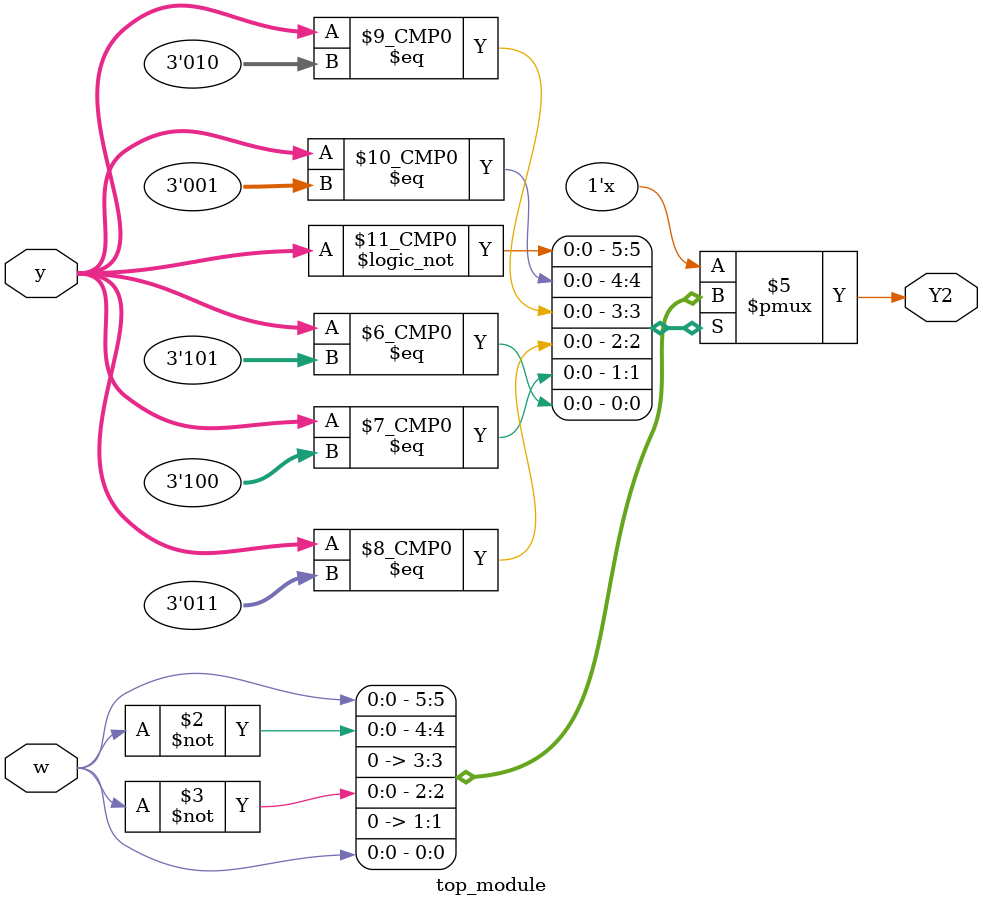
<source format=sv>
module top_module(
    input [3:1] y,
    input w,
    output reg Y2
);

always @(*) begin
    case (y)
        3'b000: Y2 = w;
        3'b001: Y2 = ~w;
        3'b010: Y2 = 1'b0;
        3'b011: Y2 = ~w;
        3'b100: Y2 = 1'b0;
        3'b101: Y2 = w;
        default: Y2 = 1'bx; // Handle invalid state
    endcase
end

endmodule

</source>
